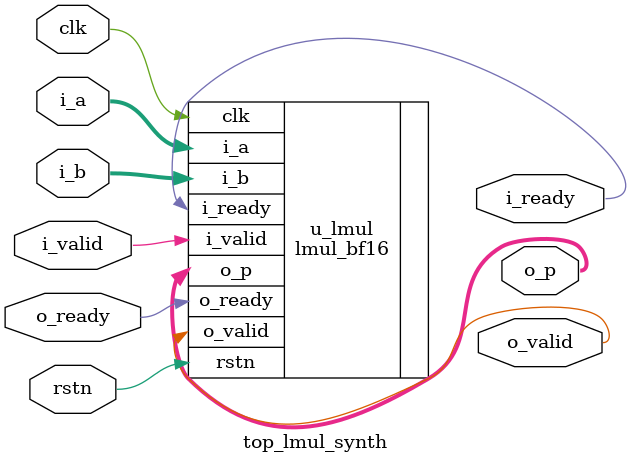
<source format=v>

module top_lmul_synth (
    input  wire         clk,
    input  wire         rstn,
    input  wire         i_valid,
    input  wire         o_ready,
    input  wire [15:0]  i_a,
    input  wire [15:0]  i_b,
    output wire         i_ready,
    output wire         o_valid,
    output wire [15:0]  o_p
);

  // Just instantiate your existing L-Mul module
  lmul_bf16 u_lmul (
    .clk    (clk),
    .rstn   (rstn),
    .i_valid(i_valid),
    .i_ready(i_ready),
    .i_a    (i_a),
    .i_b    (i_b),
    .o_valid(o_valid),
    .o_ready(o_ready),
    .o_p    (o_p)
  );

endmodule


</source>
